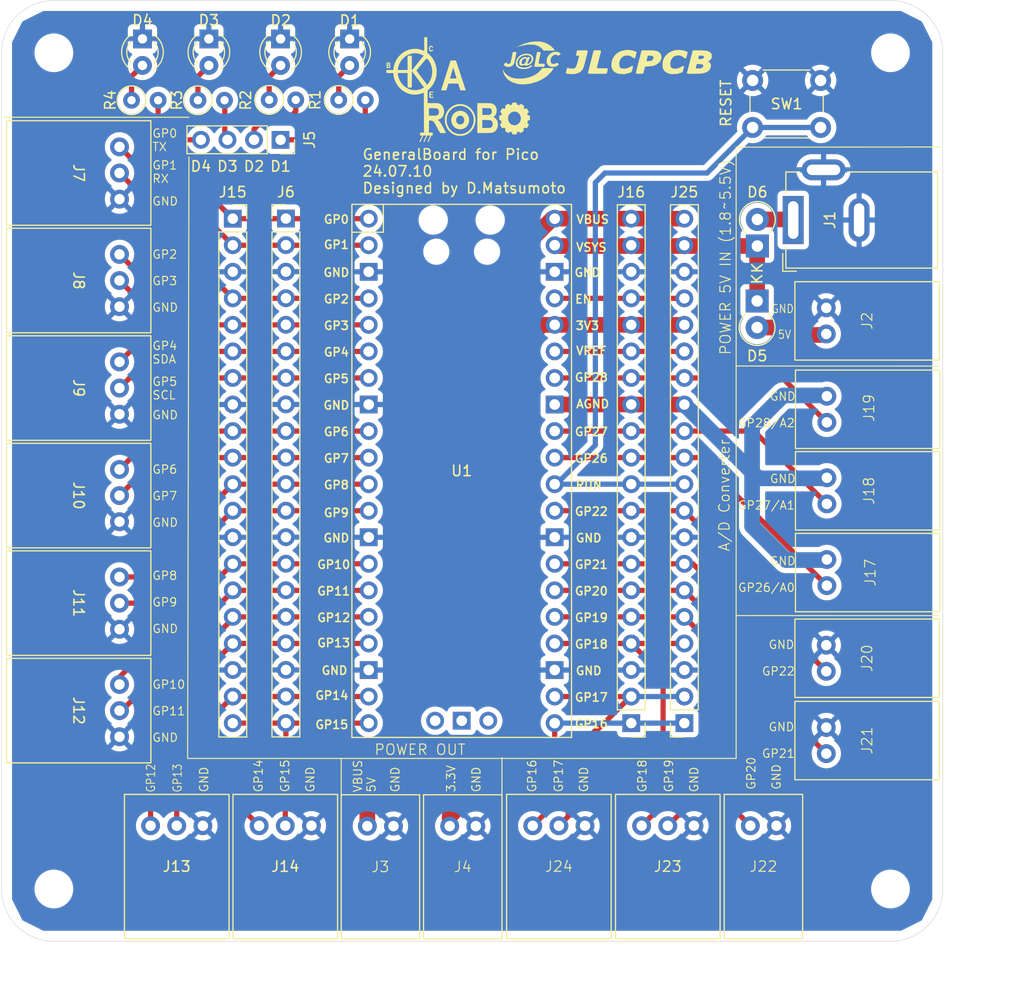
<source format=kicad_pcb>
(kicad_pcb (version 20240108) (generator "pcbnew") (generator_version "8.0")
  (layers (0 "F.Cu" signal) (31 "B.Cu" signal) (34 "B.Paste" user) (35 "F.Paste" user) (36 "B.SilkS" user "B.Silkscreen") (37 "F.SilkS" user "F.Silkscreen") (38 "B.Mask" user) (39 "F.Mask" user) (44 "Edge.Cuts" user))
  (net 0 "")
  (net 1 "Net-(D1-A)")
  (net 2 "VIN")
  (net 3 "Net-(D2-A)")
  (net 4 "Net-(D3-A)")
  (net 5 "Net-(D4-A)")
  (net 6 "Net-(D5-A)")
  (net 7 "Net-(D6-A)")
  (net 8 "GND")
  (net 9 "Net-(J12-Pin_1)")
  (net 10 "Net-(J12-Pin_2)")
  (net 11 "Net-(J14-Pin_1)")
  (net 12 "5V")
  (net 13 "3.3V")
  (net 14 "Net-(J14-Pin_2)")
  (net 18 "Net-(J10-Pin_1)")
  (net 19 "Net-(J11-Pin_2)")
  (net 20 "Net-(J15-Pin_7)")
  (net 21 "Net-(J15-Pin_2)")
  (net 22 "Net-(J15-Pin_4)")
  (net 23 "Net-(J11-Pin_1)")
  (net 24 "Net-(J15-Pin_6)")
  (net 25 "Net-(J15-Pin_5)")
  (net 26 "Net-(J13-Pin_1)")
  (net 27 "Net-(J13-Pin_2)")
  (net 28 "Net-(J15-Pin_1)")
  (net 29 "Net-(J10-Pin_2)")
  (net 30 "Net-(J16-Pin_6)")
  (net 31 "Net-(J16-Pin_9)")
  (net 32 "Net-(J16-Pin_4)")
  (net 33 "Net-(J16-Pin_1)")
  (net 34 "Net-(J16-Pin_10)")
  (net 35 "Net-(J16-Pin_15)")
  (net 36 "Net-(J16-Pin_17)")
  (net 37 "Net-(J16-Pin_11)")
  (net 38 "Net-(J16-Pin_12)")
  (net 39 "Net-(J16-Pin_13)")
  (net 40 "Net-(J16-Pin_5)")
  (net 41 "Net-(J16-Pin_14)")
  (net 42 "Net-(J16-Pin_2)")
  (net 43 "Net-(J16-Pin_7)")
  (net 44 "Net-(J5-Pin_1)")
  (net 45 "Net-(J5-Pin_2)")
  (net 46 "Net-(J5-Pin_4)")
  (net 47 "Net-(J5-Pin_3)")
  (footprint "Diode_THT:D_DO-41_SOD81_P2.54mm_Vertical_KathodeUp" (layer "F.Cu") (at 168.275 78.486 90)
    (property "Reference" "D6")
    (property "Value" "SBM245L")
  )
  (footprint "Resistor_THT:R_Axial_DIN0207_L6.3mm_D2.5mm_P2.54mm_Vertical" (layer "F.Cu") (at 108.429 64.541)
    (property "Reference" "R4")
    (property "Value" "1.5k")
  )
  (footprint "MyFoot:DF1E-2P-2.5DS" (layer "F.Cu") (at 174.916 101.908 90)
    (property "Reference" "J18")
    (property "Value" "HRS_DF1E_2Pin")
  )
  (footprint "Resistor_THT:R_Axial_DIN0207_L6.3mm_D2.5mm_P2.54mm_Vertical" (layer "F.Cu") (at 114.779 64.541)
    (property "Reference" "R3")
    (property "Value" "1.5k")
  )
  (footprint "LED_THT:LED_D3.0mm" (layer "F.Cu") (at 129.286 58.674 -90)
    (property "Reference" "D1")
    (property "Value" "LED")
  )
  (footprint "MyFoot:DF1E-2P-2.5DS" (layer "F.Cu") (at 174.916 109.728 90)
    (property "Reference" "J17")
    (property "Value" "HRS_DF1E_2Pin")
  )
  (footprint "MyFoot:DF1E-3P-2.5DS" (layer "F.Cu") (at 123.13 133.95)
    (property "Reference" "J14")
    (property "Value" "HRS_DF1E_3Pin_L")
  )
  (footprint "LED_THT:LED_D3.0mm" (layer "F.Cu") (at 115.824 58.669 -90)
    (property "Reference" "D3")
    (property "Value" "LED")
  )
  (footprint "Connector_PinSocket_2.54mm:PinSocket_1x04_P2.54mm_Vertical" (layer "F.Cu") (at 122.682 68.326 -90)
    (property "Reference" "J5")
    (property "Value" "Conn_01x04_Socket")
  )
  (footprint "MyFoot:DF1E-2P-2.5DS" (layer "F.Cu") (at 174.862 117.926 90)
    (property "Reference" "J20")
    (property "Value" "HRS_DF1E_2Pin")
  )
  (footprint "MyFoot:DF1E-3P-2.5DS" (layer "F.Cu") (at 107.278 112.649 -90)
    (property "Reference" "J11")
    (property "Value" "HRS_DF1E_3Pin_L")
  )
  (footprint "Connector_PinHeader_2.54mm:PinHeader_1x20_P2.54mm_Vertical" (layer "F.Cu") (at 123.19 75.86)
    (property "Reference" "J6")
    (property "Value" "Conn_01x20_Pin")
  )
  (footprint "MountingHole:MountingHole_3.2mm_M3" (layer "F.Cu") (at 181 140)
    (property "Reference" "H3" (hide yes))
    (property "Value" "MountingHole")
  )
  (footprint "Connector_PinSocket_2.54mm:PinSocket_1x20_P2.54mm_Vertical" (layer "F.Cu") (at 161.29 124.13 180)
    (property "Reference" "J25")
    (property "Value" "Conn_01x20_Socket")
  )
  (footprint "MyFoot:DF1E-2P-2.5DS" (layer "F.Cu") (at 174.862 125.8 90)
    (property "Reference" "J21")
    (property "Value" "HRS_DF1E_2Pin")
  )
  (footprint "MyFoot:BarrelJack_GCT_DCJ200-10-A_Horizontal" (layer "F.Cu") (at 171.7 76 90)
    (property "Reference" "J1")
    (property "Value" "Barrel_Jack_Switch")
  )
  (footprint "Resistor_THT:R_Axial_DIN0207_L6.3mm_D2.5mm_P2.54mm_Vertical" (layer "F.Cu") (at 121.593 64.504)
    (property "Reference" "R2")
    (property "Value" "1.5k")
  )
  (footprint "Diode_THT:D_DO-41_SOD81_P2.54mm_Vertical_KathodeUp" (layer "F.Cu") (at 168.2496 83.7438 -90)
    (property "Reference" "D5")
    (property "Value" "SBM245L")
  )
  (footprint "MyFoot:DF1E-3P-2.5DS" (layer "F.Cu") (at 159.706 133.95)
    (property "Reference" "J23")
    (property "Value" "HRS_DF1E_3Pin_L")
  )
  (footprint "MyFoot:DF1E-3P-2.5DS" (layer "F.Cu") (at 107.278 122.936 -90)
    (property "Reference" "J12")
    (property "Value" "HRS_DF1E_3Pin_L")
  )
  (footprint "MyFoot:DF1E-3P-2.5DS" (layer "F.Cu") (at 107.278 102.362 -90)
    (property "Reference" "J10")
    (property "Value" "HRS_DF1E_3Pin_L")
  )
  (footprint "MyFoot:DF1E-2P-2.5DS" (layer "F.Cu") (at 140.101 133.985)
    (property "Reference" "J4")
    (property "Value" "HRS_DF1E_2Pin")
  )
  (footprint "MountingHole:MountingHole_3.2mm_M3" (layer "F.Cu") (at 181 60)
    (property "Reference" "H4" (hide yes))
    (property "Value" "MountingHole")
  )
  (footprint "MountingHole:MountingHole_3.2mm_M3" (layer "F.Cu") (at 101 140)
    (property "Reference" "H2" (hide yes))
    (property "Value" "MountingHole")
  )
  (footprint "MyFoot:DF1E-3P-2.5DS" (layer "F.Cu") (at 149.292 133.95)
    (property "Reference" "J24")
    (property "Value" "HRS_DF1E_3Pin_L")
  )
  (footprint "LOGO" (layer "F.Cu") (at 139.446 63.5)
    (property "Reference" "G***" (hide yes))
    (property "Value" "LOGO" (hide yes))
  )
  (footprint "MyFoot:DF1E-3P-2.5DS" (layer "F.Cu") (at 107.278 92.075 -90)
    (property "Reference" "J9")
    (property "Value" "HRS_DF1E_3Pin_L")
  )
  (footprint "Connector_PinSocket_2.54mm:PinSocket_1x20_P2.54mm_Vertical" (layer "F.Cu") (at 118.11 75.87)
    (property "Reference" "J15")
    (property "Value" "Conn_01x20_Socket")
  )
  (footprint "MyFoot:DF1E-3P-2.5DS" (layer "F.Cu") (at 112.75 133.95)
    (property "Reference" "J13")
    (property "Value" "HRS_DF1E_3Pin_L")
  )
  (footprint "MyFoot:DF1E-2P-2.5DS" (layer "F.Cu") (at 132.227 133.985)
    (property "Reference" "J3")
    (property "Value" "HRS_DF1E_2Pin")
  )
  (footprint "LOGO" (layer "F.Cu") (at 153.924 60.96)
    (property "Reference" "G***" (hide yes))
    (property "Value" "LOGO" (hide yes))
  )
  (footprint "LED_THT:LED_D3.0mm" (layer "F.Cu") (at 109.474 58.669 -90)
    (property "Reference" "D4")
    (property "Value" "LED")
  )
  (footprint "Resistor_THT:R_Axial_DIN0207_L6.3mm_D2.5mm_P2.54mm_Vertical" (layer "F.Cu") (at 128.241 64.516)
    (property "Reference" "R1")
    (property "Value" "1.5k")
  )
  (footprint "MyFoot:DF1E-2P-2.5DS" (layer "F.Cu") (at 168.85 133.95)
    (property "Reference" "J22")
    (property "Value" "HRS_DF1E_2Pin")
  )
  (footprint "MyFoot:DF1E-3P-2.5DS" (layer "F.Cu") (at 107.278 71.501 -90)
    (property "Reference" "J7")
    (property "Value" "HRS_DF1E_3Pin_L")
  )
  (footprint "Connector_PinHeader_2.54mm:PinHeader_1x20_P2.54mm_Vertical" (layer "F.Cu") (at 156.21 124.13 180)
    (property "Reference" "J16")
    (property "Value" "Conn_01x20_Pin")
  )
  (footprint "Button_Switch_THT:SW_PUSH_6mm" (layer "F.Cu") (at 174.319 67.147 180)
    (property "Reference" "SW1")
    (property "Value" "SW_Push")
  )
  (footprint "MyFoot:DF1E-3P-2.5DS" (layer "F.Cu") (at 107.278 81.788 -90)
    (property "Reference" "J8")
    (property "Value" "HRS_DF1E_3Pin_L")
  )
  (footprint "RPi_Pico:RPi_Pico_SMD_TH" (layer "F.Cu") (at 140 100)
    (property "Reference" "U1")
    (property "Value" "Pico")
  )
  (footprint "LED_THT:LED_D3.0mm" (layer "F.Cu") (at 122.682 58.669 -90)
    (property "Reference" "D2")
    (property "Value" "LED")
  )
  (footprint "MyFoot:DF1E-2P-2.5DS" (layer "F.Cu") (at 174.916 94.107 90)
    (property "Reference" "J19")
    (property "Value" "HRS_DF1E_2Pin")
  )
  (footprint "MyFoot:DF1E-2P-2.5DS" (layer "F.Cu") (at 174.862 85.652 90)
    (property "Reference" "J2")
    (property "Value" "HRS_DF1E_2Pin")
  )
  (footprint "MountingHole:MountingHole_3.2mm_M3" (layer "F.Cu") (at 101 60)
    (property "Reference" "H1" (hide yes))
    (property "Value" "MountingHole")
  )
  (gr_line (start 113.919 69.977) (end 113.792 127.508) (stroke (width 0.1)) (layer "F.SilkS"))
  (gr_line (start 113.919 66.167) (end 96.266 66.167) (stroke (width 0.1)) (layer "F.SilkS"))
  (gr_line (start 166.243 113.8428) (end 166.243 127.508) (stroke (width 0.1)) (layer "F.SilkS"))
  (gr_line (start 166.243 69.0245) (end 166.243 89.9668) (stroke (width 0.1)) (layer "F.SilkS"))
  (gr_line (start 128.48 127.51) (end 128.477 130.985) (stroke (width 0.1)) (layer "F.SilkS"))
  (gr_line (start 166.243 89.9668) (end 185.747 89.97) (stroke (width 0.1)) (layer "F.SilkS"))
  (gr_line (start 166.243 89.9668) (end 166.243 113.8428) (stroke (width 0.1)) (layer "F.SilkS"))
  (gr_line (start 143.851 130.985) (end 143.85 127.44) (stroke (width 0.1)) (layer "F.SilkS"))
  (gr_line (start 185.705 69.015) (end 166.243 69.0245) (stroke (width 0.1)) (layer "F.SilkS"))
  (gr_line (start 166.243 113.8428) (end 185.62 113.846) (stroke (width 0.1)) (layer "F.SilkS"))
  (gr_line (start 166.243 127.508) (end 113.792 127.508) (stroke (width 0.1)) (layer "F.SilkS"))
  (gr_line (start 186 140) (end 186 60) (stroke (width 0.05)) (layer "Edge.Cuts"))
  (gr_line (start 181 55) (end 101 55) (stroke (width 0.05)) (layer "Edge.Cuts"))
  (gr_arc (start 96 60) (mid 97.464466 56.464466) (end 101 55) (stroke (width 0.05)) (layer "Edge.Cuts"))
  (gr_arc (start 101 145) (mid 97.464466 143.535534) (end 96 140) (stroke (width 0.05)) (layer "Edge.Cuts"))
  (gr_arc (start 181 55) (mid 184.535534 56.464466) (end 186 60) (stroke (width 0.05)) (layer "Edge.Cuts"))
  (gr_line (start 96 60) (end 96 140) (stroke (width 0.05)) (layer "Edge.Cuts"))
  (gr_line (start 101 145) (end 181 145) (stroke (width 0.05)) (layer "Edge.Cuts"))
  (gr_arc (start 186 140) (mid 184.535534 143.535534) (end 181 145) (stroke (width 0.05)) (layer "Edge.Cuts"))
  (gr_text "D4" (at 115.062 70.866 0) (layer "F.SilkS") (effects (font (size 1 1))))
  (gr_text "POWER 5V IN (1.8～5.5V)" (at 165.8112 79.5528 90) (layer "F.SilkS") (effects (font (size 1 1) (thickness 0.1)) (justify bottom)))
  (gr_text "GND" (at 110.363 95.123 0) (layer "F.SilkS") (effects (font (size 0.8 0.8)) (justify left bottom)))
  (gr_text "GND" (at 110.363 115.57 0) (layer "F.SilkS") (effects (font (size 0.8 0.8)) (justify left bottom)))
  (gr_text "GND" (at 169.291 124.968 0) (layer "F.SilkS") (effects (font (size 0.8 0.8)) (justify left bottom)))
  (gr_text "GP11" (at 110.363 123.444 0) (layer "F.SilkS") (effects (font (size 0.8 0.8)) (justify left bottom)))
  (gr_text "GND" (at 169.291 117.094 0) (layer "F.SilkS") (effects (font (size 0.8 0.8)) (justify left bottom)))
  (gr_text "GND" (at 110.363 105.41 0) (layer "F.SilkS") (effects (font (size 0.8 0.8)) (justify left bottom)))
  (gr_text "GND" (at 170.688 84.963 0) (layer "F.SilkS") (effects (font (size 0.8 0.7)) (justify bottom)))
  (gr_text "D2" (at 120.142 70.866 0) (layer "F.SilkS") (effects (font (size 1 1))))
  (gr_text "GND" (at 169.418 93.345 0) (layer "F.SilkS") (effects (font (size 0.8 0.8)) (justify left bottom)))
  (gr_text "D3" (at 117.602 70.866 0) (layer "F.SilkS") (effects (font (size 1 1))))
  (gr_text "GP16" (at 147.193 130.81 90) (layer "F.SilkS") (effects (font (size 0.8 0.8)) (justify left bottom)))
  (gr_text "GND" (at 110.363 125.984 0) (layer "F.SilkS") (effects (font (size 0.8 0.8)) (justify left bottom)))
  (gr_text "GP5\nSCL" (at 110.363 93.218 0) (layer "F.SilkS") (effects (font (size 0.8 0.8)) (justify left bottom)))
  (gr_text "A/D Converter" (at 165.7 107.7722 90) (layer "F.SilkS") (effects (font (size 1 1) (thickness 0.1)) (justify left bottom)))
  (gr_text "GP7" (at 110.363 102.87 0) (layer "F.SilkS") (effects (font (size 0.8 0.8)) (justify left bottom)))
  (gr_text "GP27/A1" (at 166.37 103.759 0) (layer "F.SilkS") (effects (font (size 0.8 0.8)) (justify left bottom)))
  (gr_text "GP18" (at 157.734 130.81 90) (layer "F.SilkS") (effects (font (size 0.8 0.8)) (justify left bottom)))
  (gr_text "GP0\nTX" (at 110.363 69.469 0) (layer "F.SilkS") (effects (font (size 0.8 0.8)) (justify left bottom)))
  (gr_text "GND" (at 110.363 74.676 0) (layer "F.SilkS") (effects (font (size 0.8 0.8)) (justify left bottom)))
  (gr_text "GeneralBoard for Pico\n24.07.10\nDesigned by D.Matsumoto" (at 130.429 73.533 0) (layer "F.SilkS") (effects (font (size 1 1)) (justify left bottom)))
  (gr_text "GND" (at 125.984 130.81 90) (layer "F.SilkS") (effects (font (size 0.8 0.8)) (justify left bottom)))
  (gr_text "GND" (at 152.146 130.81 90) (layer "F.SilkS") (effects (font (size 0.8 0.8)) (justify left bottom)))
  (gr_text "GND" (at 110.363 84.836 0) (layer "F.SilkS") (effects (font (size 0.8 0.8)) (justify left bottom)))
  (gr_text "GND" (at 134.112 130.81 90) (layer "F.SilkS") (effects (font (size 0.8 0.8)) (justify left bottom)))
  (gr_text "GP13" (at 113.284 130.81 90) (layer "F.SilkS") (effects (font (size 0.8 0.7)) (justify left bottom)))
  (gr_text "GP6" (at 110.363 100.33 0) (layer "F.SilkS") (effects (font (size 0.8 0.8)) (justify left bottom)))
  (gr_text "GP22" (at 168.656 119.634 0) (layer "F.SilkS") (effects (font (size 0.8 0.8)) (justify left bottom)))
  (gr_text "GP8" (at 110.363 110.49 0) (layer "F.SilkS") (effects (font (size 0.8 0.8)) (justify left bottom)))
  (gr_text "GP1\nRX" (at 110.363 72.517 0) (layer "F.SilkS") (effects (font (size 0.8 0.8)) (justify left bottom)))
  (gr_text "GP9" (at 110.363 113.03 0) (layer "F.SilkS") (effects (font (size 0.8 0.8)) (justify left bottom)))
  (gr_text "GP20" (at 168.148 130.556 90) (layer "F.SilkS") (effects (font (size 0.8 0.8)) (justify left bottom)))
  (gr_text "GND" (at 170.561 130.556 90) (layer "F.SilkS") (effects (font (size 0.8 0.8)) (justify left bottom)))
  (gr_text "D1" (at 122.682 70.866 0) (layer "F.SilkS") (effects (font (size 1 1))))
  (gr_text "GP2" (at 110.363 79.756 0) (layer "F.SilkS") (effects (font (size 0.8 0.8)) (justify left bottom)))
  (gr_text "GND" (at 115.824 130.81 90) (layer "F.SilkS") (effects (font (size 0.8 0.8)) (justify left bottom)))
  (gr_text "GP12" (at 110.744 130.81 90) (layer "F.SilkS") (effects (font (size 0.8 0.7)) (justify left bottom)))
  (gr_text "GP21" (at 168.656 127.508 0) (layer "F.SilkS") (effects (font (size 0.8 0.8)) (justify left bottom)))
  (gr_text "GP4\nSDA" (at 110.363 89.789 0) (layer "F.SilkS") (effects (font (size 0.8 0.8)) (justify left bottom)))
  (gr_text "POWER OUT" (at 136.017 127.254 0) (layer "F.SilkS") (effects (font (size 1 1) (thickness 0.1)) (justify bottom)))
  (gr_text "GP19" (at 160.274 130.81 90) (layer "F.SilkS") (effects (font (size 0.8 0.8)) (justify left bottom)))
  (gr_text "GP10" (at 110.363 120.904 0) (layer "F.SilkS") (effects (font (size 0.8 0.8)) (justify left bottom)))
  (gr_text "GP15" (at 123.571 130.81 90) (layer "F.SilkS") (effects (font (size 0.8 0.8)) (justify left bottom)))
  (gr_text "RESET" (at 165.862 67.183 90) (layer "F.SilkS") (effects (font (size 1 1)) (justify left bottom)))
  (gr_text "GP17" (at 149.733 130.81 90) (layer "F.SilkS") (effects (font (size 0.8 0.8)) (justify left bottom)))
  (gr_text "GP3" (at 110.363 82.296 0) (layer "F.SilkS") (effects (font (size 0.8 0.8)) (justify left bottom)))
  (gr_text "GP28/A2" (at 166.37 95.885 0) (layer "F.SilkS") (effects (font (size 0.8 0.8)) (justify left bottom)))
  (gr_text "GND" (at 162.687 130.81 90) (layer "F.SilkS") (effects (font (size 0.8 0.8)) (justify left bottom)))
  (gr_text "GND" (at 169.418 109.093 0) (layer "F.SilkS") (effects (font (size 0.8 0.8)) (justify left bottom)))
  (gr_text "GND" (at 141.859 130.81 90) (layer "F.SilkS") (effects (font (size 0.8 0.8)) (justify left bottom)))
  (gr_text "VBUS\n5V" (at 131.826 130.81 90) (layer "F.SilkS") (effects (font (size 0.8 0.8)) (justify left bottom)))
  (gr_text "5V" (at 170.18 87.43 0) (layer "F.SilkS") (effects (font (size 0.8 0.7)) (justify left bottom)))
  (gr_text "GND" (at 169.418 101.219 0) (layer "F.SilkS") (effects (font (size 0.8 0.8)) (justify left bottom)))
  (gr_text "GP14" (at 121.031 130.81 90) (layer "F.SilkS") (effects (font (size 0.8 0.8)) (justify left bottom)))
  (gr_text "GP26/A0" (at 166.37 111.633 0) (layer "F.SilkS") (effects (font (size 0.8 0.8)) (justify left bottom)))
  (gr_text "3.3V" (at 139.446 130.81 90) (layer "F.SilkS") (effects (font (size 0.8 0.8)) (justify left bottom)))
  (segment (start 128.241 62.259) (end 129.286 61.214) (width 0.5) (layer "F.Cu") (net 1))
  (segment (start 128.241 64.516) (end 128.241 62.259) (width 0.5) (layer "F.Cu") (net 1))
  (segment (start 168.275 78.486) (end 148.966 78.486) (width 1.5) (layer "F.Cu") (net 2))
  (segment (start 148.966 78.486) (end 148.89 78.41) (width 1.5) (layer "F.Cu") (net 2))
  (segment (start 168.2496 78.5114) (end 168.275 78.486) (width 1.5) (layer "F.Cu") (net 2))
  (segment (start 168.2496 83.7438) (end 168.2496 78.5114) (width 1.5) (layer "F.Cu") (net 2))
  (segment (start 121.593 62.298) (end 122.682 61.209) (width 0.5) (layer "F.Cu") (net 3))
  (segment (start 121.593 64.504) (end 121.593 62.298) (width 0.5) (layer "F.Cu") (net 3))
  (segment (start 114.779 62.254) (end 115.824 61.209) (width 0.5) (layer "F.Cu") (net 4))
  (segment (start 114.779 64.541) (end 114.779 62.254) (width 0.5) (layer "F.Cu") (net 4))
  (segment (start 108.429 64.541) (end 108.429 62.254) (width 0.5) (layer "F.Cu") (net 5))
  (segment (start 108.429 62.254) (end 109.474 61.209) (width 0.5) (layer "F.Cu") (net 5))
  (segment (start 174.769 86.995) (end 174.862 86.902) (width 1.5) (layer "F.Cu") (net 6))
  (segment (start 168.2496 86.2838) (end 170.8658 86.2838) (width 1.5) (layer "F.Cu") (net 6))
  (segment (start 170.8658 86.2838) (end 171.577 86.995) (width 1.5) (layer "F.Cu") (net 6))
  (segment (start 171.577 86.995) (end 174.769 86.995) (width 1.5) (layer "F.Cu") (net 6))
  (segment (start 168.275 75.946) (end 171.646 75.946) (width 1.5) (layer "F.Cu") (net 7))
  (segment (start 171.646 75.946) (end 171.7 76) (width 1.5) (layer "F.Cu") (net 7))
  (segment (start 118.11 108.89) (end 107.278 119.722) (width 0.5) (layer "F.Cu") (net 9))
  (segment (start 107.278 119.722) (end 107.278 120.436) (width 0.5) (layer "F.Cu") (net 9))
  (segment (start 131.11 108.89) (end 118.11 108.89) (width 0.5) (layer "F.Cu") (net 9))
  (segment (start 118.11 111.43) (end 118.11 111.506) (width 0.5) (layer "F.Cu") (net 10))
  (segment (start 131.11 111.43) (end 118.11 111.43) (width 0.5) (layer "F.Cu") (net 10))
  (segment (start 107.487 122.936) (end 107.278 122.936) (width 0.5) (layer "F.Cu") (net 10))
  (segment (start 109.55 120.066) (end 109.55 120.873) (width 0.5) (layer "F.Cu") (net 10))
  (segment (start 118.11 111.506) (end 109.55 120.066) (width 0.5) (layer "F.Cu") (net 10))
  (segment (start 109.55 120.873) (end 107.487 122.936) (width 0.5) (layer "F.Cu") (net 10))
  (segment (start 116.332 129.652) (end 120.63 133.95) (width 0.5) (layer "F.Cu") (net 11))
  (segment (start 116.332 123.368) (end 116.332 129.652) (width 0.5) (layer "F.Cu") (net 11))
  (segment (start 118.11 121.59) (end 116.332 123.368) (width 0.5) (layer "F.Cu") (net 11))
  (segment (start 131.11 121.59) (end 118.11 121.59) (width 0.5) (layer "F.Cu") (net 11))
  (segment (start 148.89 75.87) (end 161.29 75.87) (width 1.5) (layer "F.Cu") (net 12))
  (segment (start 148.666 75.87) (end 148.89 75.87) (width 1.5) (layer "F.Cu") (net 12))
  (segment (start 130.977 133.985) (end 130.977 130.651) (width 1.5) (layer "F.Cu") (net 12))
  (segment (start 130.977 130.651) (end 134.522 127.106) (width 1.5) (layer "F.Cu") (net 12))
  (segment (start 134.522 127.106) (end 134.522 90.014) (width 1.5) (layer "F.Cu") (net 12))
  (segment (start 134.522 90.014) (end 148.666 75.87) (width 1.5) (layer "F.Cu") (net 12))
  (segment (start 148.89 86.03) (end 161.29 86.03) (width 1.5) (layer "F.Cu") (net 13))
  (segment (start 148.89 86.03) (end 147.687919 86.03) (width 1.5) (layer "F.Cu") (net 13))
  (segment (start 145.669 126.238) (end 138.851 133.056) (width 1.5) (layer "F.Cu") (net 13))
  (segment (start 145.669 88.048919) (end 145.669 126.238) (width 1.5) (layer "F.Cu") (net 13))
  (segment (start 147.687919 86.03) (end 145.669 88.048919) (width 1.5) (layer "F.Cu") (net 13))
  (segment (start 138.851 133.056) (end 138.851 133.985) (width 1.5) (layer "F.Cu") (net 13))
  (segment (start 131.11 124.13) (end 118.11 124.13) (width 0.5) (layer "F.Cu") (net 14))
  (segment (start 123.19 132.05) (end 123.13 132.11) (width 0.5) (layer "F.Cu") (net 14))
  (segment (start 123.13 132.11) (end 123.13 133.95) (width 0.5) (layer "F.Cu") (net 14))
  (segment (start 123.19 124.12) (end 123.19 132.05) (width 0.5) (layer "F.Cu") (net 14))
  (segment (start 110.95 96.19) (end 107.278 99.862) (width 0.5) (layer "F.Cu") (net 18))
  (segment (start 118.11 96.19) (end 110.95 96.19) (width 0.5) (layer "F.Cu") (net 18))
  (segment (start 131.11 96.19) (end 118.11 96.19) (width 0.5) (layer "F.Cu") (net 18))
  (segment (start 109.271 112.649) (end 107.278 112.649) (width 0.5) (layer "F.Cu") (net 19))
  (segment (start 118.11 103.81) (end 131.11 103.81) (width 0.5) (layer "F.Cu") (net 19))
  (segment (start 118.11 103.81) (end 109.271 112.649) (width 0.5) (layer "F.Cu") (net 19))
  (segment (start 108.243 91.11) (end 118.11 91.11) (width 0.5) (layer "F.Cu") (net 20))
  (segment (start 107.278 92.075) (end 108.243 91.11) (width 0.5) (layer "F.Cu") (net 20))
  (segment (start 131.11 91.11) (end 118.11 91.11) (width 0.5) (layer "F.Cu") (net 20))
  (segment (start 107.278 71.501) (end 111.469 75.692) (width 0.5) (layer "F.Cu") (net 21))
  (segment (start 118.11 78.41) (end 131.11 78.41) (width 0.5) (layer "F.Cu") (net 21))
  (segment (start 115.392 75.692) (end 118.11 78.41) (width 0.5) (layer "F.Cu") (net 21))
  (segment (start 111.469 75.692) (end 115.392 75.692) (width 0.5) (layer "F.Cu") (net 21))
  (segment (start 107.278 79.288) (end 109.27 81.28) (width 0.5) (layer "F.Cu") (net 22))
  (segment (start 109.27 81.28) (end 115.9 81.28) (width 0.5) (layer "F.Cu") (net 22))
  (segment (start 115.9 81.28) (end 118.11 83.49) (width 0.5) (layer "F.Cu") (net 22))
  (segment (start 118.11 83.49) (end 131.11 83.49) (width 0.5) (layer "F.Cu") (net 22))
  (segment (start 109.231 110.149) (end 107.278 110.149) (width 0.5) (layer "F.Cu") (net 23))
  (segment (start 131.11 101.27) (end 118.11 101.27) (width 0.5) (layer "F.Cu") (net 23))
  (segment (start 118.11 101.27) (end 109.231 110.149) (width 0.5) (layer "F.Cu") (net 23))
  (segment (start 131.11 88.57) (end 108.283 88.57) (width 0.5) (layer "F.Cu") (net 24))
  (segment (start 108.283 88.57) (end 107.278 89.575) (width 0.5) (layer "F.Cu") (net 24))
  (segment (start 110.072 84.582) (end 114.808 84.582) (width 0.5) (layer "F.Cu") (net 25))
  (segment (start 107.278 81.788) (end 110.072 84.582) (width 0.5) (layer "F.Cu") (net 25))
  (segment (start 116.256 86.03) (end 131.11 86.03) (width 0.5) (layer "F.Cu") (net 25))
  (segment (start 114.808 84.582) (end 116.256 86.03) (width 0.5) (layer "F.Cu") (net 25))
  (segment (start 118.11 113.97) (end 118.11 114.135) (width 0.5) (layer "F.Cu") (net 26))
  (segment (start 118.11 114.135) (end 110.25 121.995) (width 0.5) (layer "F.Cu") (net 26))
  (segment (start 131.11 113.97) (end 118.11 113.97) (width 0.5) (layer "F.Cu") (net 26))
  (segment (start 110.25 121.995) (end 110.25 133.95) (width 0.5) (layer "F.Cu") (net 26))
  (segment (start 118.11 116.51) (end 112.75 121.87) (width 0.5) (layer "F.Cu") (net 27))
  (segment (start 131.11 116.51) (end 118.11 116.51) (width 0.5) (layer "F.Cu") (net 27))
  (segment (start 112.75 121.87) (end 112.75 133.95) (width 0.5) (layer "F.Cu") (net 27))
  (segment (start 115.9 73.66) (end 118.11 75.87) (width 0.5) (layer "F.Cu") (net 28))
  (segment (start 131.11 75.87) (end 118.11 75.87) (width 0.5) (layer "F.Cu") (net 28))
  (segment (start 107.278 69.001) (end 111.937 73.66) (width 0.5) (layer "F.Cu") (net 28))
  (segment (start 111.937 73.66) (end 115.9 73.66) (width 0.5) (layer "F.Cu") (net 28))
  (segment (start 110.91 98.73) (end 107.278 102.362) (width 0.5) (layer "F.Cu") (net 29))
  (segment (start 131.11 98.73) (end 118.11 98.73) (width 0.5) (layer "F.Cu") (net 29))
  (segment (start 118.11 98.73) (end 110.91 98.73) (width 0.5) (layer "F.Cu") (net 29))
  (segment (start 164.846 131.196) (end 167.6 133.95) (width 0.5) (layer "F.Cu") (net 30))
  (segment (start 164.846 114.986) (end 164.846 131.196) (width 0.5) (layer "F.Cu") (net 30))
  (segment (start 148.89 111.43) (end 161.29 111.43) (width 0.5) (layer "F.Cu") (net 30))
  (segment (start 161.29 111.43) (end 164.846 114.986) (width 0.5) (layer "F.Cu") (net 30))
  (segment (start 161.29 103.81) (end 168.148 110.668) (width 0.5) (layer "F.Cu") (net 31))
  (segment (start 168.148 110.668) (end 168.148 112.462) (width 0.5) (layer "F.Cu") (net 31))
  (segment (start 168.148 112.462) (end 174.862 119.176) (width 0.5) (layer "F.Cu") (net 31))
  (segment (start 148.89 103.81) (end 161.29 103.81) (width 0.5) (layer "F.Cu") (net 31))
  (segment (start 159.258 119.558) (end 159.258 131.898) (width 0.5) (layer "F.Cu") (net 32))
  (segment (start 148.89 116.51) (end 161.29 116.51) (width 0.5) (layer "F.Cu") (net 32))
  (segment (start 159.258 131.898) (end 157.206 133.95) (width 0.5) (layer "F.Cu") (net 32))
  (segment (start 156.21 116.51) (end 159.258 119.558) (width 0.5) (layer "F.Cu") (net 32))
  (segment (start 148.89 131.852) (end 146.792 133.95) (width 0.5) (layer "F.Cu") (net 33))
  (segment (start 148.89 124.13) (end 148.89 131.852) (width 0.5) (layer "F.Cu") (net 33))
  (segment (start 156.21 124.13) (end 148.89 124.13) (width 0.5) (layer "B.Cu") (net 33))
  (segment (start 156.21 124.13) (end 161.29 124.13) (width 0.5) (layer "B.Cu") (net 33))
  (segment (start 167.819 67.147) (end 174.319 67.147) (width 0.5) (layer "B.Cu") (net 34))
  (segment (start 149.047 101.27) (end 148.89 101.27) (width 0.5) (layer "B.Cu") (net 34))
  (segment (start 152.781 97.536) (end 149.047 101.27) (width 0.5) (layer "B.Cu") (net 34))
  (segment (start 152.781 72.419) (end 152.781 97.536) (width 0.5) (layer "B.Cu") (net 34))
  (segment (start 153.699 71.501) (end 152.781 72.419) (width 0.5) (layer "B.Cu") (net 34))
  (segment (start 156.21 101.27) (end 148.89 101.27) (width 0.5) (layer "B.Cu") (net 34))
  (segment (start 161.29 101.27) (end 156.21 101.27) (width 0.5) (layer "B.Cu") (net 34))
  (segment (start 167.819 67.147) (end 163.465 71.501) (width 0.5) (layer "B.Cu") (net 34))
  (segment (start 163.465 71.501) (end 153.699 71.501) (width 0.5) (layer "B.Cu") (net 34))
  (segment (start 148.89 88.57) (end 161.29 88.57) (width 0.5) (layer "F.Cu") (net 35))
  (segment (start 148.89 83.49) (end 161.29 83.49) (width 0.5) (layer "F.Cu") (net 36))
  (segment (start 162.668 98.73) (end 174.916 110.978) (width 0.5) (layer "F.Cu") (net 37))
  (segment (start 148.89 98.73) (end 162.668 98.73) (width 0.5) (layer "F.Cu") (net 37))
  (segment (start 167.948 96.19) (end 174.916 103.158) (width 0.5) (layer "F.Cu") (net 38))
  (segment (start 148.89 96.19) (end 167.948 96.19) (width 0.5) (layer "F.Cu") (net 38))
  (segment (start 148.89 93.65) (end 161.295585 93.65) (width 1.5) (layer "F.Cu") (net 39))
  (segment (start 174.809 100.711) (end 174.862 100.658) (width 1.5) (layer "F.Cu") (net 39))
  (segment (start 161.29 93.65) (end 161.295585 93.65) (width 1.5) (layer "F.Cu") (net 39))
  (segment (start 161.295585 93.65) (end 161.295585 93.650001) (width 1.5) (layer "F.Cu") (net 39))
  (segment (start 168.356585 100.711) (end 174.809 100.711) (width 1.5) (layer "B.Cu") (net 39))
  (segment (start 167.767 100.121416) (end 167.767 95.758) (width 1.5) (layer "B.Cu") (net 39))
  (segment (start 170.741 92.784) (end 174.862 92.784) (width 1.5) (layer "B.Cu") (net 39))
  (segment (start 167.767 100.121416) (end 167.767 105.283) (width 1.5) (layer "B.Cu") (net 39))
  (segment (start 171.016 108.532) (end 174.862 108.532) (width 1.5) (layer "B.Cu") (net 39))
  (segment (start 167.767 105.283) (end 171.016 108.532) (width 1.5) (layer "B.Cu") (net 39))
  (segment (start 161.295585 93.65) (end 168.356585 100.711) (width 1.5) (layer "B.Cu") (net 39))
  (segment (start 167.767 95.758) (end 170.741 92.784) (width 1.5) (layer "B.Cu") (net 39))
  (segment (start 163.449 116.129) (end 163.449 130.207) (width 0.5) (layer "F.Cu") (net 40))
  (segment (start 163.449 130.207) (end 159.706 133.95) (width 0.5) (layer "F.Cu") (net 40))
  (segment (start 148.89 113.97) (end 161.29 113.97) (width 0.5) (layer "F.Cu") (net 40))
  (segment (start 161.29 113.97) (end 163.449 116.129) (width 0.5) (layer "F.Cu") (net 40))
  (segment (start 161.29 91.11) (end 170.669 91.11) (width 0.5) (layer "F.Cu") (net 41))
  (segment (start 170.669 91.11) (end 174.916 95.357) (width 0.5) (layer "F.Cu") (net 41))
  (segment (start 148.89 91.11) (end 161.29 91.11) (width 0.5) (layer "F.Cu") (net 41))
  (segment (start 150.192 133.05) (end 149.292 133.95) (width 0.5) (layer "F.Cu") (net 42))
  (segment (start 152.781 124.841) (end 150.192 127.43) (width 0.5) (layer "F.Cu") (net 42))
  (segment (start 156.21 121.59) (end 156.15 121.59) (width 0.5) (layer "F.Cu") (net 42))
  (segment (start 156.15 121.59) (end 152.899 124.841) (width 0.5) (layer "F.Cu") (net 42))
  (segment (start 148.89 121.59) (end 156.21 121.59) (width 0.5) (layer "F.Cu") (net 42))
  (segment (start 152.899 124.841) (end 152.781 124.841) (width 0.5) (layer "F.Cu") (net 42))
  (segment (start 150.192 127.43) (end 150.192 133.05) (width 0.5) (layer "F.Cu") (net 42))
  (segment (start 156.21 121.59) (end 161.29 121.59) (width 0.5) (layer "B.Cu") (net 42))
  (segment (start 162.103 108.89) (end 166.116 112.903) (width 0.5) (layer "F.Cu") (net 43))
  (segment (start 166.116 118.304) (end 174.862 127.05) (width 0.5) (layer "F.Cu") (net 43))
  (segment (start 148.89 108.89) (end 161.29 108.89) (width 0.5) (layer "F.Cu") (net 43))
  (segment (start 161.29 108.89) (end 162.103 108.89) (width 0.5) (layer "F.Cu") (net 43))
  (segment (start 166.116 112.903) (end 166.116 118.304) (width 0.5) (layer "F.Cu") (net 43))
  (segment (start 129.54 68.326) (end 122.682 68.326) (width 0.5) (layer "F.Cu") (net 44))
  (segment (start 130.781 67.085) (end 129.54 68.326) (width 0.5) (layer "F.Cu") (net 44))
  (segment (start 130.781 64.516) (end 130.781 67.085) (width 0.5) (layer "F.Cu") (net 44))
  (segment (start 124.133 64.504) (end 124.133 65.605) (width 0.5) (layer "F.Cu") (net 45))
  (segment (start 120.142 67.31) (end 120.142 68.326) (width 0.5) (layer "F.Cu") (net 45))
  (segment (start 123.19 66.548) (end 120.904 66.548) (width 0.5) (layer "F.Cu") (net 45))
  (segment (start 120.904 66.548) (end 120.142 67.31) (width 0.5) (layer "F.Cu") (net 45))
  (segment (start 124.133 65.605) (end 123.19 66.548) (width 0.5) (layer "F.Cu") (net 45))
  (segment (start 110.969 64.541) (end 110.969 66.773) (width 0.5) (layer "F.Cu") (net 46))
  (segment (start 112.522 68.326) (end 115.062 68.326) (width 0.5) (layer "F.Cu") (net 46))
  (segment (start 110.969 66.773) (end 112.522 68.326) (width 0.5) (layer "F.Cu") (net 46))
  (segment (start 117.319 64.541) (end 117.348 64.57) (width 0.5) (layer "F.Cu") (net 47))
  (segment (start 117.348 68.072) (end 117.602 68.326) (width 0.5) (layer "F.Cu") (net 47))
  (segment (start 117.348 64.57) (end 117.348 68.072) (width 0.5) (layer "F.Cu") (net 47))
  (zone (net 8) (net_name "GND") (layer "B.Cu") (connect_pads (clearance 0.5)) (min_thickness 0.25) (fill yes (thermal_gap 0.5) (thermal_bridge_width 0.5))
    (polygon (pts (xy 182 56) (xy 100 56) (xy 98 57) (xy 97 59) (xy 97 141) (xy 98 143) (xy 100 144) (xy 182 144) (xy 184 143) (xy 185 141) (xy 185 59) (xy 184 57)))
  )
)
</source>
